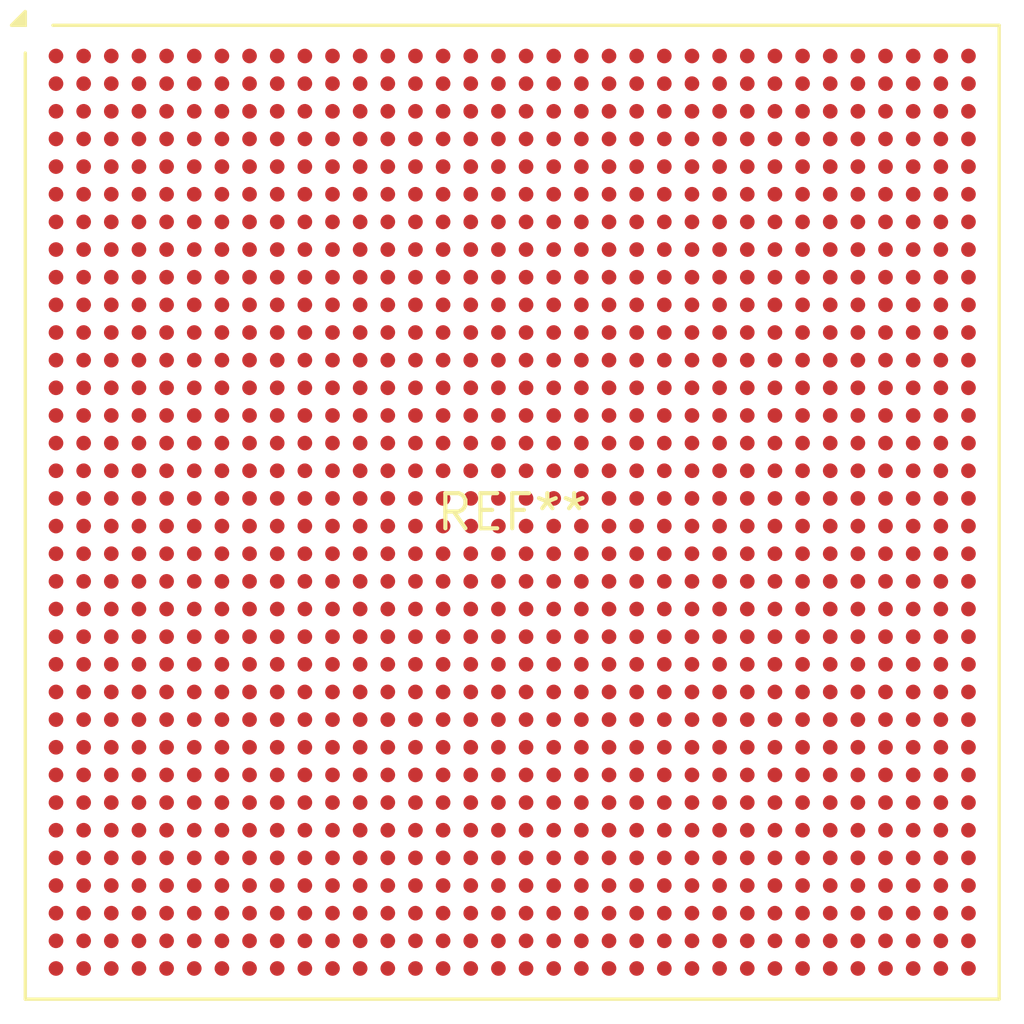
<source format=kicad_pcb>
(kicad_pcb (version 20240108) (generator pcbnew)
  (layers (0 "F.Cu" signal) (31 "B.Cu" signal) (34 "B.Paste" user) (35 "F.Paste" user) (36 "B.SilkS" user "B.Silkscreen") (37 "F.SilkS" user "F.Silkscreen") (38 "B.Mask" user) (39 "F.Mask" user) (44 "Edge.Cuts" user))
  (net 0 "")
  (footprint "Xilinx_RF1157_RF1158" (layer "F.Cu") (at 0 0)
    (property "Reference" "REF**")
    (property "Value" "Xilinx_RF1157_RF1158")
  )
)
</source>
